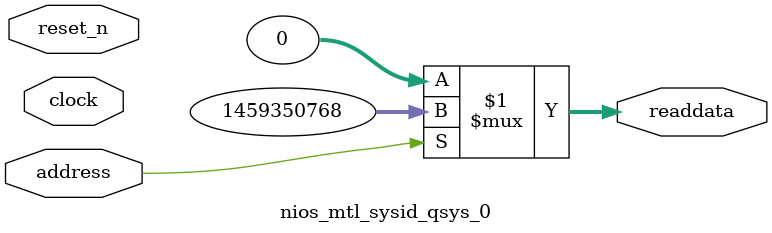
<source format=v>

`timescale 1ns / 1ps
// synthesis translate_on

// turn off superfluous verilog processor warnings 
// altera message_level Level1 
// altera message_off 10034 10035 10036 10037 10230 10240 10030 

module nios_mtl_sysid_qsys_0 (
               // inputs:
                address,
                clock,
                reset_n,

               // outputs:
                readdata
             )
;

  output  [ 31: 0] readdata;
  input            address;
  input            clock;
  input            reset_n;

  wire    [ 31: 0] readdata;
  //control_slave, which is an e_avalon_slave
  assign readdata = address ? 1459350768 : 0;

endmodule




</source>
